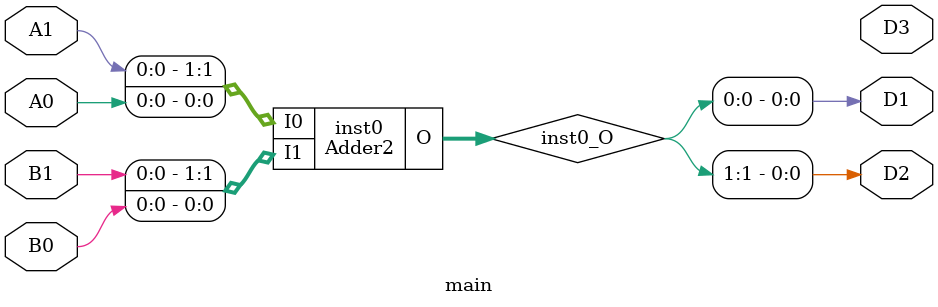
<source format=v>
module FullAdder (input  I0, input  I1, input  CIN, output  O, output  COUT);
wire  inst0_O;
wire  inst1_CO;
SB_LUT4 #(.LUT_INIT(16'h9696)) inst0 (.I0(I0), .I1(I1), .I2(CIN), .I3(1'b0), .O(inst0_O));
SB_CARRY inst1 (.I0(I0), .I1(I1), .CI(CIN), .CO(inst1_CO));
assign O = inst0_O;
assign COUT = inst1_CO;
endmodule

module Adder2 (input [1:0] I0, input [1:0] I1, output [1:0] O);
wire  inst0_O;
wire  inst0_COUT;
wire  inst1_O;
wire  inst1_COUT;
FullAdder inst0 (.I0(I0[0]), .I1(I1[0]), .CIN(1'b0), .O(inst0_O), .COUT(inst0_COUT));
FullAdder inst1 (.I0(I0[1]), .I1(I1[1]), .CIN(inst0_COUT), .O(inst1_O), .COUT(inst1_COUT));
assign O = {inst1_O,inst0_O};
endmodule

module main (input  A0, input  A1, input  B0, input  B1, output  D3, output  D2, output  D1);
wire [1:0] inst0_O;
Adder2 inst0 (.I0({A1,A0}), .I1({B1,B0}), .O(inst0_O));
assign D2 = inst0_O[1];
assign D1 = inst0_O[0];
endmodule


</source>
